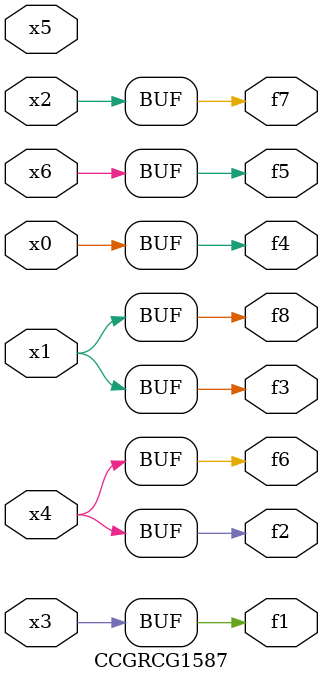
<source format=v>
module CCGRCG1587(
	input x0, x1, x2, x3, x4, x5, x6,
	output f1, f2, f3, f4, f5, f6, f7, f8
);
	assign f1 = x3;
	assign f2 = x4;
	assign f3 = x1;
	assign f4 = x0;
	assign f5 = x6;
	assign f6 = x4;
	assign f7 = x2;
	assign f8 = x1;
endmodule

</source>
